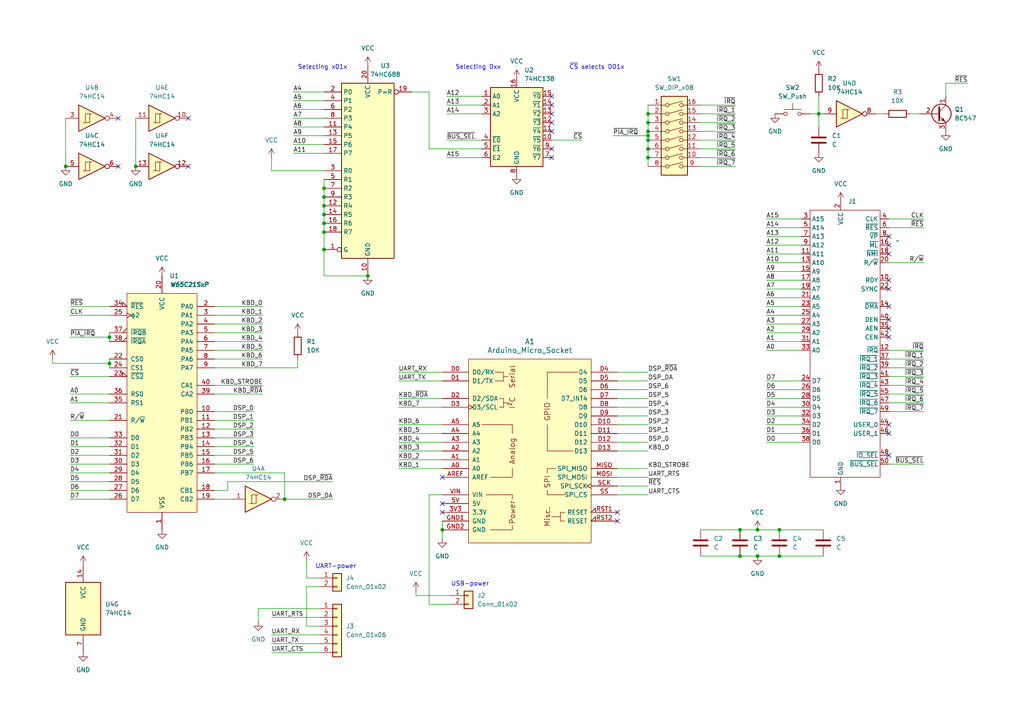
<source format=kicad_sch>
(kicad_sch (version 20230121) (generator eeschema)
  (paper "A4")
  (lib_symbols
    (symbol "65xx:W65C21SxP" (pin_names (offset 1.016))
      (property "Reference" "U" (at -10.16 33.02 0))
      (property "Value" "W65C21SxP" (at 0 0 90))
      (symbol "W65C21SxP_1_1"
        (pin power_in line (at 0 -36.83 90) (length 5.08) (name "VSS") (number "1"))
        (pin bidirectional line (at 15.24 -2.54 180) (length 5.08) (name "PB0") (number "10"))
        (pin bidirectional line (at 15.24 -5.08 180) (length 5.08) (name "PB1") (number "11"))
        (pin bidirectional line (at 15.24 -7.62 180) (length 5.08) (name "PB2") (number "12"))
        (pin bidirectional line (at 15.24 -10.16 180) (length 5.08) (name "PB3") (number "13"))
        (pin bidirectional line (at 15.24 -12.7 180) (length 5.08) (name "PB4") (number "14"))
        (pin bidirectional line (at 15.24 -15.24 180) (length 5.08) (name "PB5") (number "15"))
        (pin bidirectional line (at 15.24 -17.78 180) (length 5.08) (name "PB6") (number "16"))
        (pin bidirectional line (at 15.24 -20.32 180) (length 5.08) (name "PB7") (number "17"))
        (pin input line (at 15.24 -25.4 180) (length 5.08) (name "CB1") (number "18"))
        (pin bidirectional line (at 15.24 -27.94 180) (length 5.08) (name "CB2") (number "19"))
        (pin bidirectional line (at 15.24 27.94 180) (length 5.08) (name "PA0") (number "2"))
        (pin power_in line (at 0 36.83 270) (length 5.08) (name "VCC") (number "20"))
        (pin input line (at -15.24 -5.08 0) (length 5.08) (name "R/~{W}") (number "21"))
        (pin input line (at -15.24 12.7 0) (length 5.08) (name "CS0") (number "22"))
        (pin input input_low (at -15.24 7.62 0) (length 5.08) (name "~{CS2}") (number "23"))
        (pin input line (at -15.24 10.16 0) (length 5.08) (name "CS1") (number "24"))
        (pin input clock (at -15.24 25.4 0) (length 5.08) (name "ϕ2") (number "25"))
        (pin bidirectional line (at -15.24 -27.94 0) (length 5.08) (name "D7") (number "26"))
        (pin bidirectional line (at -15.24 -25.4 0) (length 5.08) (name "D6") (number "27"))
        (pin bidirectional line (at -15.24 -22.86 0) (length 5.08) (name "D5") (number "28"))
        (pin bidirectional line (at -15.24 -20.32 0) (length 5.08) (name "D4") (number "29"))
        (pin bidirectional line (at 15.24 25.4 180) (length 5.08) (name "PA1") (number "3"))
        (pin bidirectional line (at -15.24 -17.78 0) (length 5.08) (name "D3") (number "30"))
        (pin bidirectional line (at -15.24 -15.24 0) (length 5.08) (name "D2") (number "31"))
        (pin bidirectional line (at -15.24 -12.7 0) (length 5.08) (name "D1") (number "32"))
        (pin bidirectional line (at -15.24 -10.16 0) (length 5.08) (name "D0") (number "33"))
        (pin input input_low (at -15.24 27.94 0) (length 5.08) (name "~{RES}") (number "34"))
        (pin input line (at -15.24 0 0) (length 5.08) (name "RS1") (number "35"))
        (pin input line (at -15.24 2.54 0) (length 5.08) (name "RS0") (number "36"))
        (pin open_collector output_low (at -15.24 20.32 0) (length 5.08) (name "~{IRQB}") (number "37"))
        (pin open_collector output_low (at -15.24 17.78 0) (length 5.08) (name "~{IRQA}") (number "38"))
        (pin bidirectional line (at 15.24 2.54 180) (length 5.08) (name "CA2") (number "39"))
        (pin bidirectional line (at 15.24 22.86 180) (length 5.08) (name "PA2") (number "4"))
        (pin input line (at 15.24 5.08 180) (length 5.08) (name "CA1") (number "40"))
        (pin bidirectional line (at 15.24 20.32 180) (length 5.08) (name "PA3") (number "5"))
        (pin bidirectional line (at 15.24 17.78 180) (length 5.08) (name "PA4") (number "6"))
        (pin bidirectional line (at 15.24 15.24 180) (length 5.08) (name "PA5") (number "7"))
        (pin bidirectional line (at 15.24 12.7 180) (length 5.08) (name "PA6") (number "8"))
        (pin bidirectional line (at 15.24 10.16 180) (length 5.08) (name "PA7") (number "9"))
      )
    )
    (symbol "74xx:74HC138"
      (property "Reference" "U" (at -7.62 13.97 0))
      (property "Value" "74HC138" (at 2.54 -11.43 0))
      (symbol "74HC138_1_1"
        (pin input line (at -10.16 10.16 0) (length 2.54) (name "A0") (number "1"))
        (pin output line (at 10.16 -2.54 180) (length 2.54) (name "~{Y5}") (number "10"))
        (pin output line (at 10.16 0 180) (length 2.54) (name "~{Y4}") (number "11"))
        (pin output line (at 10.16 2.54 180) (length 2.54) (name "~{Y3}") (number "12"))
        (pin output line (at 10.16 5.08 180) (length 2.54) (name "~{Y2}") (number "13"))
        (pin output line (at 10.16 7.62 180) (length 2.54) (name "~{Y1}") (number "14"))
        (pin output line (at 10.16 10.16 180) (length 2.54) (name "~{Y0}") (number "15"))
        (pin power_in line (at 0 15.24 270) (length 2.54) (name "VCC") (number "16"))
        (pin input line (at -10.16 7.62 0) (length 2.54) (name "A1") (number "2"))
        (pin input line (at -10.16 5.08 0) (length 2.54) (name "A2") (number "3"))
        (pin input line (at -10.16 -2.54 0) (length 2.54) (name "~{E0}") (number "4"))
        (pin input line (at -10.16 -5.08 0) (length 2.54) (name "~{E1}") (number "5"))
        (pin input line (at -10.16 -7.62 0) (length 2.54) (name "E2") (number "6"))
        (pin output line (at 10.16 -7.62 180) (length 2.54) (name "~{Y7}") (number "7"))
        (pin power_in line (at 0 -12.7 90) (length 2.54) (name "GND") (number "8"))
        (pin output line (at 10.16 -5.08 180) (length 2.54) (name "~{Y6}") (number "9"))
      )
    )
    (symbol "74xx:74HC14" (pin_names (offset 1.016))
      (property "Reference" "U" (at 0 1.27 0))
      (property "Value" "74HC14" (at 0 -1.27 0))
      (symbol "74HC14_1_0"
        (pin input line (at -7.62 0 0) (length 3.81) (name "~") (number "1"))
        (pin output inverted (at 7.62 0 180) (length 3.81) (name "~") (number "2"))
      )
      (symbol "74HC14_2_0"
        (pin input line (at -7.62 0 0) (length 3.81) (name "~") (number "3"))
        (pin output inverted (at 7.62 0 180) (length 3.81) (name "~") (number "4"))
      )
      (symbol "74HC14_3_0"
        (pin input line (at -7.62 0 0) (length 3.81) (name "~") (number "5"))
        (pin output inverted (at 7.62 0 180) (length 3.81) (name "~") (number "6"))
      )
      (symbol "74HC14_4_0"
        (pin output inverted (at 7.62 0 180) (length 3.81) (name "~") (number "8"))
        (pin input line (at -7.62 0 0) (length 3.81) (name "~") (number "9"))
      )
      (symbol "74HC14_5_0"
        (pin output inverted (at 7.62 0 180) (length 3.81) (name "~") (number "10"))
        (pin input line (at -7.62 0 0) (length 3.81) (name "~") (number "11"))
      )
      (symbol "74HC14_6_0"
        (pin output inverted (at 7.62 0 180) (length 3.81) (name "~") (number "12"))
        (pin input line (at -7.62 0 0) (length 3.81) (name "~") (number "13"))
      )
      (symbol "74HC14_7_0"
        (pin power_in line (at 0 12.7 270) (length 5.08) (name "VCC") (number "14"))
        (pin power_in line (at 0 -12.7 90) (length 5.08) (name "GND") (number "7"))
      )
    )
    (symbol "74xx:74HC688"
      (property "Reference" "U" (at -7.62 26.67 0))
      (property "Value" "74HC688" (at -7.62 -26.67 0))
      (symbol "74HC688_1_0"
        (pin input inverted (at -12.7 -22.86 0) (length 5.08) (name "G") (number "1"))
        (pin power_in line (at 0 -30.48 90) (length 5.08) (name "GND") (number "10"))
        (pin input line (at -12.7 12.7 0) (length 5.08) (name "P4") (number "11"))
        (pin input line (at -12.7 -10.16 0) (length 5.08) (name "R4") (number "12"))
        (pin input line (at -12.7 10.16 0) (length 5.08) (name "P5") (number "13"))
        (pin input line (at -12.7 -12.7 0) (length 5.08) (name "R5") (number "14"))
        (pin input line (at -12.7 7.62 0) (length 5.08) (name "P6") (number "15"))
        (pin input line (at -12.7 -15.24 0) (length 5.08) (name "R6") (number "16"))
        (pin input line (at -12.7 5.08 0) (length 5.08) (name "P7") (number "17"))
        (pin input line (at -12.7 -17.78 0) (length 5.08) (name "R7") (number "18"))
        (pin output inverted (at 12.7 22.86 180) (length 5.08) (name "P=R") (number "19"))
        (pin input line (at -12.7 22.86 0) (length 5.08) (name "P0") (number "2"))
        (pin power_in line (at 0 30.48 270) (length 5.08) (name "VCC") (number "20"))
        (pin input line (at -12.7 0 0) (length 5.08) (name "R0") (number "3"))
        (pin input line (at -12.7 20.32 0) (length 5.08) (name "P1") (number "4"))
        (pin input line (at -12.7 -2.54 0) (length 5.08) (name "R1") (number "5"))
        (pin input line (at -12.7 17.78 0) (length 5.08) (name "P2") (number "6"))
        (pin input line (at -12.7 -5.08 0) (length 5.08) (name "R2") (number "7"))
        (pin input line (at -12.7 15.24 0) (length 5.08) (name "P3") (number "8"))
        (pin input line (at -12.7 -7.62 0) (length 5.08) (name "R3") (number "9"))
      )
    )
    (symbol "Connector_Generic:Conn_01x02" (pin_names (offset 1.016) hide)
      (property "Reference" "J" (at 0 2.54 0))
      (property "Value" "Conn_01x02" (at 0 -5.08 0))
      (symbol "Conn_01x02_1_1"
        (pin passive line (at -5.08 0 0) (length 3.81) (name "Pin_1") (number "1"))
        (pin passive line (at -5.08 -2.54 0) (length 3.81) (name "Pin_2") (number "2"))
      )
    )
    (symbol "Connector_Generic:Conn_01x06" (pin_names (offset 1.016) hide)
      (property "Reference" "J" (at 0 7.62 0))
      (property "Value" "Conn_01x06" (at 0 -10.16 0))
      (symbol "Conn_01x06_1_1"
        (pin passive line (at -5.08 5.08 0) (length 3.81) (name "Pin_1") (number "1"))
        (pin passive line (at -5.08 2.54 0) (length 3.81) (name "Pin_2") (number "2"))
        (pin passive line (at -5.08 0 0) (length 3.81) (name "Pin_3") (number "3"))
        (pin passive line (at -5.08 -2.54 0) (length 3.81) (name "Pin_4") (number "4"))
        (pin passive line (at -5.08 -5.08 0) (length 3.81) (name "Pin_5") (number "5"))
        (pin passive line (at -5.08 -7.62 0) (length 3.81) (name "Pin_6") (number "6"))
      )
    )
    (symbol "Device:C" (pin_numbers hide) (pin_names (offset 0.254))
      (property "Reference" "C" (at 0.635 2.54 0))
      (property "Value" "C" (at 0.635 -2.54 0))
      (symbol "C_1_1"
        (pin passive line (at 0 3.81 270) (length 2.794) (name "~") (number "1"))
        (pin passive line (at 0 -3.81 90) (length 2.794) (name "~") (number "2"))
      )
    )
    (symbol "Device:R" (pin_numbers hide) (pin_names (offset 0))
      (property "Reference" "R" (at 2.032 0 90))
      (property "Value" "R" (at 0 0 90))
      (symbol "R_1_1"
        (pin passive line (at 0 3.81 270) (length 1.27) (name "~") (number "1"))
        (pin passive line (at 0 -3.81 90) (length 1.27) (name "~") (number "2"))
      )
    )
    (symbol "PCM_arduino-library:Arduino_Micro_Socket" (pin_names (offset 1.016))
      (property "Reference" "A" (at 0 33.02 0))
      (property "Value" "Arduino_Micro_Socket" (at 0 29.21 0))
      (symbol "Arduino_Micro_Socket_0_0"
        (text "Analog" (at -5.08 0 900) (effects (font (size 1.524 1.524))))
        (text "I²C" (at -5.08 13.97 900) (effects (font (size 1.524 1.524))))
        (text "Misc." (at 5.08 -19.05 900) (effects (font (size 1.524 1.524))))
        (text "Power" (at -5.08 -17.78 900) (effects (font (size 1.524 1.524))))
        (text "Serial" (at -5.08 21.59 900) (effects (font (size 1.524 1.524))))
        (text "SPI" (at 5.08 -8.89 900) (effects (font (size 1.524 1.524))))
      )
      (symbol "Arduino_Micro_Socket_1_0"
        (text "GPIO" (at 5.08 11.43 900) (effects (font (size 1.524 1.524))))
      )
      (symbol "Arduino_Micro_Socket_1_1"
        (pin power_out line (at -25.4 -17.78 0) (length 7.62) (name "3.3V") (number "3V3"))
        (pin power_in line (at -25.4 -15.24 0) (length 7.62) (name "5V") (number "5V"))
        (pin bidirectional line (at -25.4 -5.08 0) (length 7.62) (name "A0") (number "A0"))
        (pin bidirectional line (at -25.4 -2.54 0) (length 7.62) (name "A1") (number "A1"))
        (pin bidirectional line (at -25.4 0 0) (length 7.62) (name "A2") (number "A2"))
        (pin bidirectional line (at -25.4 2.54 0) (length 7.62) (name "A3") (number "A3"))
        (pin bidirectional line (at -25.4 5.08 0) (length 7.62) (name "A4") (number "A4"))
        (pin bidirectional line (at -25.4 7.62 0) (length 7.62) (name "A5") (number "A5"))
        (pin input line (at -25.4 -7.62 0) (length 7.62) (name "AREF") (number "AREF"))
        (pin bidirectional line (at -25.4 22.86 0) (length 7.62) (name "D0/RX") (number "D0"))
        (pin bidirectional line (at -25.4 20.32 0) (length 7.62) (name "D1/TX") (number "D1"))
        (pin bidirectional line (at 25.4 7.62 180) (length 7.62) (name "D10") (number "D10"))
        (pin bidirectional line (at 25.4 5.08 180) (length 7.62) (name "D11") (number "D11"))
        (pin bidirectional line (at 25.4 2.54 180) (length 7.62) (name "D12") (number "D12"))
        (pin bidirectional line (at 25.4 0 180) (length 7.62) (name "D13") (number "D13"))
        (pin bidirectional line (at -25.4 15.24 0) (length 7.62) (name "D2/SDA") (number "D2"))
        (pin bidirectional clock (at -25.4 12.7 0) (length 7.62) (name "D3/SCL") (number "D3"))
        (pin bidirectional line (at 25.4 22.86 180) (length 7.62) (name "D4") (number "D4"))
        (pin bidirectional line (at 25.4 20.32 180) (length 7.62) (name "D5") (number "D5"))
        (pin bidirectional line (at 25.4 17.78 180) (length 7.62) (name "D6") (number "D6"))
        (pin bidirectional line (at 25.4 15.24 180) (length 7.62) (name "D7_INT4") (number "D7"))
        (pin bidirectional line (at 25.4 12.7 180) (length 7.62) (name "D8") (number "D8"))
        (pin bidirectional line (at 25.4 10.16 180) (length 7.62) (name "D9") (number "D9"))
        (pin power_in line (at -25.4 -20.32 0) (length 7.62) (name "GND") (number "GND1"))
        (pin power_in line (at -25.4 -22.86 0) (length 7.62) (name "GND") (number "GND2"))
        (pin input line (at 25.4 -5.08 180) (length 7.62) (name "SPI_MISO") (number "MISO"))
        (pin output line (at 25.4 -7.62 180) (length 7.62) (name "SPI_MOSI") (number "MOSI"))
        (pin open_collector input_low (at 25.4 -17.78 180) (length 7.62) (name "RESET") (number "RST1"))
        (pin open_collector input_low (at 25.4 -20.32 180) (length 7.62) (name "RESET") (number "RST2"))
        (pin output clock (at 25.4 -10.16 180) (length 7.62) (name "SPI_SCK") (number "SCK"))
        (pin bidirectional line (at 25.4 -12.7 180) (length 7.62) (name "SPI_CS") (number "SS"))
        (pin power_in line (at -25.4 -12.7 0) (length 7.62) (name "VIN") (number "VIN"))
      )
    )
    (symbol "Switch:SW_DIP_x08" (pin_names (offset 0) hide)
      (property "Reference" "SW" (at 0 13.97 0))
      (property "Value" "SW_DIP_x08" (at 0 -11.43 0))
      (symbol "SW_DIP_x08_1_1"
        (pin passive line (at -7.62 10.16 0) (length 5.08) (name "~") (number "1"))
        (pin passive line (at 7.62 -5.08 180) (length 5.08) (name "~") (number "10"))
        (pin passive line (at 7.62 -2.54 180) (length 5.08) (name "~") (number "11"))
        (pin passive line (at 7.62 0 180) (length 5.08) (name "~") (number "12"))
        (pin passive line (at 7.62 2.54 180) (length 5.08) (name "~") (number "13"))
        (pin passive line (at 7.62 5.08 180) (length 5.08) (name "~") (number "14"))
        (pin passive line (at 7.62 7.62 180) (length 5.08) (name "~") (number "15"))
        (pin passive line (at 7.62 10.16 180) (length 5.08) (name "~") (number "16"))
        (pin passive line (at -7.62 7.62 0) (length 5.08) (name "~") (number "2"))
        (pin passive line (at -7.62 5.08 0) (length 5.08) (name "~") (number "3"))
        (pin passive line (at -7.62 2.54 0) (length 5.08) (name "~") (number "4"))
        (pin passive line (at -7.62 0 0) (length 5.08) (name "~") (number "5"))
        (pin passive line (at -7.62 -2.54 0) (length 5.08) (name "~") (number "6"))
        (pin passive line (at -7.62 -5.08 0) (length 5.08) (name "~") (number "7"))
        (pin passive line (at -7.62 -7.62 0) (length 5.08) (name "~") (number "8"))
        (pin passive line (at 7.62 -7.62 180) (length 5.08) (name "~") (number "9"))
      )
    )
    (symbol "Switch:SW_Push" (pin_numbers hide) (pin_names (offset 1.016) hide)
      (property "Reference" "SW" (at 1.27 2.54 0))
      (property "Value" "SW_Push" (at 0 -1.524 0))
      (symbol "SW_Push_0_1"
        (pin passive line (at -5.08 0 0) (length 2.54) (name "1") (number "1"))
        (pin passive line (at 5.08 0 180) (length 2.54) (name "2") (number "2"))
      )
    )
    (symbol "Transistor_BJT:BC547" (pin_names (offset 0) hide)
      (property "Reference" "Q" (at 5.08 1.905 0))
      (property "Value" "BC547" (at 5.08 0 0))
      (symbol "BC547_1_1"
        (pin passive line (at 2.54 5.08 270) (length 2.54) (name "C") (number "1"))
        (pin input line (at -5.08 0 0) (length 5.08) (name "B") (number "2"))
        (pin passive line (at 2.54 -5.08 90) (length 2.54) (name "E") (number "3"))
      )
    )
    (symbol "fp65:fp65_backplane"
      (property "Reference" "J" (at 2.54 35.56 0))
      (symbol "fp65_backplane_1_0"
        (pin input line (at 0 -46.99 90) (length 2.54) (name "GND") (number "1"))
        (pin input line (at 13.97 12.7 180) (length 2.54) (name "RDY") (number "10"))
        (pin input line (at -11.43 20.32 0) (length 2.54) (name "A11") (number "11"))
        (pin input line (at 13.97 -7.62 180) (length 2.54) (name "~{IRQ}") (number "12"))
        (pin input line (at -11.43 17.78 0) (length 2.54) (name "A10") (number "13"))
        (pin open_collector line (at 13.97 5.08 180) (length 2.54) (name "~{DMA}") (number "14"))
        (pin input line (at -11.43 15.24 0) (length 2.54) (name "A9") (number "15"))
        (pin input line (at 13.97 22.86 180) (length 2.54) (name "~{ML}") (number "16"))
        (pin input line (at -11.43 12.7 0) (length 2.54) (name "A8") (number "17"))
        (pin input line (at 13.97 20.32 180) (length 2.54) (name "~{NMI}") (number "18"))
        (pin input line (at -11.43 10.16 0) (length 2.54) (name "A7") (number "19"))
        (pin input line (at 0 35.56 270) (length 2.54) (name "VCC") (number "2"))
        (pin input line (at 13.97 17.78 180) (length 2.54) (name "R/~{W}") (number "20"))
        (pin input line (at -11.43 7.62 0) (length 2.54) (name "A6") (number "21"))
        (pin input line (at 13.97 10.16 180) (length 2.54) (name "SYNC") (number "22"))
        (pin input line (at -11.43 5.08 0) (length 2.54) (name "A5") (number "23"))
        (pin input line (at -11.43 -16.51 0) (length 2.54) (name "D7") (number "24"))
        (pin input line (at -11.43 2.54 0) (length 2.54) (name "A4") (number "25"))
        (pin input line (at -11.43 -19.05 0) (length 2.54) (name "D6") (number "26"))
        (pin input line (at -11.43 0 0) (length 2.54) (name "A3") (number "27"))
        (pin input line (at -11.43 -21.59 0) (length 2.54) (name "D5") (number "28"))
        (pin input line (at -11.43 -2.54 0) (length 2.54) (name "A2") (number "29"))
        (pin input line (at -11.43 -24.13 0) (length 2.54) (name "D4") (number "30"))
        (pin input line (at -11.43 -5.08 0) (length 2.54) (name "A1") (number "31"))
        (pin input line (at -11.43 -26.67 0) (length 2.54) (name "D3") (number "32"))
        (pin input line (at -11.43 -7.62 0) (length 2.54) (name "A0") (number "33"))
        (pin input line (at -11.43 -29.21 0) (length 2.54) (name "D2") (number "34"))
        (pin open_collector line (at 13.97 -1.27 180) (length 2.54) (name "AEN") (number "35"))
        (pin input line (at -11.43 -31.75 0) (length 2.54) (name "D1") (number "36"))
        (pin input line (at 13.97 -10.16 180) (length 2.54) (name "~{IRQ_1}") (number "37"))
        (pin input line (at -11.43 -34.29 0) (length 2.54) (name "D0") (number "38"))
        (pin input line (at 13.97 -12.7 180) (length 2.54) (name "~{IRQ_2}") (number "39"))
        (pin input line (at 13.97 30.48 180) (length 2.54) (name "CLK") (number "4"))
        (pin open_collector line (at 13.97 1.27 180) (length 2.54) (name "DEN") (number "40"))
        (pin input line (at 13.97 -15.24 180) (length 2.54) (name "~{IRQ_3}") (number "41"))
        (pin open_collector line (at 13.97 -3.81 180) (length 2.54) (name "CEN") (number "42"))
        (pin input line (at 13.97 -17.78 180) (length 2.54) (name "~{IRQ_4}") (number "43"))
        (pin input line (at 13.97 -29.21 180) (length 2.54) (name "USER_0") (number "44"))
        (pin input line (at 13.97 -20.32 180) (length 2.54) (name "~{IRQ_5}") (number "45"))
        (pin input line (at 13.97 -31.75 180) (length 2.54) (name "USER_1") (number "46"))
        (pin input line (at 13.97 -22.86 180) (length 2.54) (name "~{IRQ_6}") (number "47"))
        (pin input line (at 13.97 -38.1 180) (length 2.54) (name "~{IO_SEL}") (number "48"))
        (pin input line (at 13.97 -25.4 180) (length 2.54) (name "~{IRQ_7}") (number "49"))
        (pin input line (at -11.43 27.94 0) (length 2.54) (name "A14") (number "5"))
        (pin input line (at 13.97 -40.64 180) (length 2.54) (name "~{BUS_SEL}") (number "50"))
        (pin input line (at 13.97 27.94 180) (length 2.54) (name "~{RES}") (number "6"))
        (pin input line (at -11.43 25.4 0) (length 2.54) (name "A13") (number "7"))
        (pin input line (at 13.97 25.4 180) (length 2.54) (name "~{VP}") (number "8"))
        (pin input line (at -11.43 22.86 0) (length 2.54) (name "A12") (number "9"))
      )
      (symbol "fp65_backplane_1_1"
        (pin input line (at -11.43 30.48 0) (length 2.54) (name "A15") (number "3"))
      )
    )
    (symbol "power:GND" (power) (pin_names (offset 0))
      (property "Value" "GND" (at 0 -3.81 0))
      (symbol "GND_1_1"
        (pin power_in line (at 0 0 270) (length 0) hide (name "GND") (number "1"))
      )
    )
    (symbol "power:VCC" (power) (pin_names (offset 0))
      (property "Value" "VCC" (at 0 3.81 0))
      (symbol "VCC_1_1"
        (pin power_in line (at 0 0 90) (length 0) hide (name "VCC") (number "1"))
      )
    )
  )
  (junction (at 187.96 39.37))
  (junction (at 93.98 59.69))
  (junction (at 128.27 153.67))
  (junction (at 214.63 153.67))
  (junction (at 214.63 161.29))
  (junction (at 187.96 40.64))
  (junction (at 219.71 161.29))
  (junction (at 187.96 45.72))
  (junction (at 187.96 43.18))
  (junction (at 187.96 33.02))
  (junction (at 226.06 153.67))
  (junction (at 187.96 38.1))
  (junction (at 237.49 33.02))
  (junction (at 106.68 80.01))
  (junction (at 31.75 97.79))
  (junction (at 19.05 48.26))
  (junction (at 219.71 153.67))
  (junction (at 31.75 105.41))
  (junction (at 93.98 67.31))
  (junction (at 39.37 48.26))
  (junction (at 93.98 62.23))
  (junction (at 93.98 72.39))
  (junction (at 93.98 54.61))
  (junction (at 93.98 64.77))
  (junction (at 93.98 57.15))
  (junction (at 82.55 144.78))
  (junction (at 226.06 161.29))
  (junction (at 187.96 35.56))
  (no_connect (at 257.81 81.28))
  (no_connect (at 257.81 97.79))
  (no_connect (at 160.02 33.02))
  (no_connect (at 34.29 34.29))
  (no_connect (at 160.02 27.94))
  (no_connect (at 160.02 45.72))
  (no_connect (at 257.81 73.66))
  (no_connect (at 257.81 123.19))
  (no_connect (at 54.61 34.29))
  (no_connect (at 257.81 132.08))
  (no_connect (at 160.02 30.48))
  (no_connect (at 160.02 35.56))
  (no_connect (at 128.27 138.43))
  (no_connect (at 179.07 148.59))
  (no_connect (at 257.81 83.82))
  (no_connect (at 128.27 148.59))
  (no_connect (at 160.02 38.1))
  (no_connect (at 257.81 88.9))
  (no_connect (at 257.81 92.71))
  (no_connect (at 179.07 151.13))
  (no_connect (at 257.81 68.58))
  (no_connect (at 128.27 146.05))
  (no_connect (at 34.29 48.26))
  (no_connect (at 257.81 71.12))
  (no_connect (at 257.81 95.25))
  (no_connect (at 54.61 48.26))
  (no_connect (at 257.81 125.73))
  (no_connect (at 160.02 43.18))
  (wire (pts (xy 76.2 93.98) (xy 62.23 93.98)))
  (wire (pts (xy 20.32 88.9) (xy 31.75 88.9)))
  (wire (pts (xy 85.09 36.83) (xy 93.98 36.83)))
  (wire (pts (xy 222.25 113.03) (xy 232.41 113.03)))
  (wire (pts (xy 214.63 161.29) (xy 219.71 161.29)))
  (wire (pts (xy 187.96 118.11) (xy 179.07 118.11)))
  (wire (pts (xy 115.57 110.49) (xy 128.27 110.49)))
  (wire (pts (xy 62.23 106.68) (xy 86.36 106.68)))
  (wire (pts (xy 20.32 144.78) (xy 31.75 144.78)))
  (wire (pts (xy 187.96 33.02) (xy 187.96 35.56)))
  (wire (pts (xy 222.25 99.06) (xy 232.41 99.06)))
  (wire (pts (xy 274.32 24.13) (xy 280.67 24.13)))
  (wire (pts (xy 93.98 49.53) (xy 78.74 49.53)))
  (wire (pts (xy 76.2 88.9) (xy 62.23 88.9)))
  (wire (pts (xy 74.93 176.53) (xy 74.93 180.34)))
  (wire (pts (xy 115.57 107.95) (xy 128.27 107.95)))
  (wire (pts (xy 187.96 39.37) (xy 187.96 40.64)))
  (wire (pts (xy 237.49 36.83) (xy 237.49 33.02)))
  (wire (pts (xy 73.66 132.08) (xy 62.23 132.08)))
  (wire (pts (xy 82.55 144.78) (xy 82.55 137.16)))
  (wire (pts (xy 128.27 143.51) (xy 124.46 143.51)))
  (wire (pts (xy 129.54 30.48) (xy 139.7 30.48)))
  (wire (pts (xy 124.46 175.26) (xy 130.81 175.26)))
  (wire (pts (xy 19.05 34.29) (xy 19.05 48.26)))
  (wire (pts (xy 187.96 43.18) (xy 187.96 45.72)))
  (wire (pts (xy 20.32 134.62) (xy 31.75 134.62)))
  (wire (pts (xy 92.71 167.64) (xy 88.9 167.64)))
  (wire (pts (xy 20.32 121.92) (xy 31.75 121.92)))
  (wire (pts (xy 160.02 40.64) (xy 168.91 40.64)))
  (wire (pts (xy 203.2 161.29) (xy 214.63 161.29)))
  (wire (pts (xy 222.25 71.12) (xy 232.41 71.12)))
  (wire (pts (xy 124.46 143.51) (xy 124.46 175.26)))
  (wire (pts (xy 93.98 72.39) (xy 93.98 80.01)))
  (wire (pts (xy 213.36 43.18) (xy 203.2 43.18)))
  (wire (pts (xy 20.32 129.54) (xy 31.75 129.54)))
  (wire (pts (xy 124.46 26.67) (xy 124.46 43.18)))
  (wire (pts (xy 31.75 104.14) (xy 31.75 105.41)))
  (wire (pts (xy 73.66 127) (xy 62.23 127)))
  (wire (pts (xy 222.25 88.9) (xy 232.41 88.9)))
  (wire (pts (xy 115.57 133.35) (xy 128.27 133.35)))
  (wire (pts (xy 73.66 119.38) (xy 62.23 119.38)))
  (wire (pts (xy 237.49 27.94) (xy 237.49 33.02)))
  (wire (pts (xy 20.32 139.7) (xy 31.75 139.7)))
  (wire (pts (xy 222.25 128.27) (xy 232.41 128.27)))
  (wire (pts (xy 78.74 179.07) (xy 92.71 179.07)))
  (wire (pts (xy 213.36 45.72) (xy 203.2 45.72)))
  (wire (pts (xy 73.66 129.54) (xy 62.23 129.54)))
  (wire (pts (xy 85.09 34.29) (xy 93.98 34.29)))
  (wire (pts (xy 76.2 99.06) (xy 62.23 99.06)))
  (wire (pts (xy 267.97 119.38) (xy 257.81 119.38)))
  (wire (pts (xy 267.97 76.2) (xy 257.81 76.2)))
  (wire (pts (xy 78.74 49.53) (xy 78.74 45.72)))
  (wire (pts (xy 31.75 96.52) (xy 31.75 97.79)))
  (wire (pts (xy 31.75 105.41) (xy 31.75 106.68)))
  (wire (pts (xy 254 33.02) (xy 256.54 33.02)))
  (wire (pts (xy 93.98 64.77) (xy 93.98 67.31)))
  (wire (pts (xy 222.25 120.65) (xy 232.41 120.65)))
  (wire (pts (xy 222.25 76.2) (xy 232.41 76.2)))
  (wire (pts (xy 73.66 134.62) (xy 62.23 134.62)))
  (wire (pts (xy 274.32 27.94) (xy 274.32 24.13)))
  (wire (pts (xy 115.57 125.73) (xy 128.27 125.73)))
  (wire (pts (xy 267.97 114.3) (xy 257.81 114.3)))
  (wire (pts (xy 120.65 172.72) (xy 130.81 172.72)))
  (wire (pts (xy 187.96 110.49) (xy 179.07 110.49)))
  (wire (pts (xy 264.16 33.02) (xy 266.7 33.02)))
  (wire (pts (xy 115.57 123.19) (xy 128.27 123.19)))
  (wire (pts (xy 222.25 73.66) (xy 232.41 73.66)))
  (wire (pts (xy 78.74 184.15) (xy 92.71 184.15)))
  (wire (pts (xy 67.31 144.78) (xy 62.23 144.78)))
  (wire (pts (xy 267.97 104.14) (xy 257.81 104.14)))
  (wire (pts (xy 120.65 171.45) (xy 120.65 172.72)))
  (wire (pts (xy 124.46 43.18) (xy 139.7 43.18)))
  (wire (pts (xy 222.25 110.49) (xy 232.41 110.49)))
  (wire (pts (xy 187.96 120.65) (xy 179.07 120.65)))
  (wire (pts (xy 20.32 114.3) (xy 31.75 114.3)))
  (wire (pts (xy 237.49 33.02) (xy 238.76 33.02)))
  (wire (pts (xy 222.25 125.73) (xy 232.41 125.73)))
  (wire (pts (xy 86.36 104.14) (xy 86.36 106.68)))
  (wire (pts (xy 222.25 123.19) (xy 232.41 123.19)))
  (wire (pts (xy 20.32 91.44) (xy 31.75 91.44)))
  (wire (pts (xy 76.2 91.44) (xy 62.23 91.44)))
  (wire (pts (xy 93.98 52.07) (xy 93.98 54.61)))
  (wire (pts (xy 92.71 176.53) (xy 74.93 176.53)))
  (wire (pts (xy 85.09 31.75) (xy 93.98 31.75)))
  (wire (pts (xy 115.57 128.27) (xy 128.27 128.27)))
  (wire (pts (xy 214.63 153.67) (xy 219.71 153.67)))
  (wire (pts (xy 187.96 45.72) (xy 187.96 48.26)))
  (wire (pts (xy 88.9 181.61) (xy 88.9 170.18)))
  (wire (pts (xy 62.23 114.3) (xy 76.2 114.3)))
  (wire (pts (xy 93.98 80.01) (xy 106.68 80.01)))
  (wire (pts (xy 88.9 170.18) (xy 92.71 170.18)))
  (wire (pts (xy 92.71 181.61) (xy 88.9 181.61)))
  (wire (pts (xy 222.25 66.04) (xy 232.41 66.04)))
  (wire (pts (xy 128.27 153.67) (xy 128.27 156.21)))
  (wire (pts (xy 76.2 96.52) (xy 62.23 96.52)))
  (wire (pts (xy 187.96 128.27) (xy 179.07 128.27)))
  (wire (pts (xy 187.96 123.19) (xy 179.07 123.19)))
  (wire (pts (xy 73.66 124.46) (xy 62.23 124.46)))
  (wire (pts (xy 222.25 93.98) (xy 232.41 93.98)))
  (wire (pts (xy 66.04 142.24) (xy 66.04 139.7)))
  (wire (pts (xy 129.54 27.94) (xy 139.7 27.94)))
  (wire (pts (xy 15.24 105.41) (xy 31.75 105.41)))
  (wire (pts (xy 76.2 104.14) (xy 62.23 104.14)))
  (wire (pts (xy 187.96 40.64) (xy 187.96 43.18)))
  (wire (pts (xy 187.96 107.95) (xy 179.07 107.95)))
  (wire (pts (xy 85.09 26.67) (xy 93.98 26.67)))
  (wire (pts (xy 226.06 161.29) (xy 238.76 161.29)))
  (wire (pts (xy 187.96 115.57) (xy 179.07 115.57)))
  (wire (pts (xy 226.06 153.67) (xy 238.76 153.67)))
  (wire (pts (xy 76.2 101.6) (xy 62.23 101.6)))
  (wire (pts (xy 85.09 29.21) (xy 93.98 29.21)))
  (wire (pts (xy 15.24 104.14) (xy 15.24 105.41)))
  (wire (pts (xy 203.2 153.67) (xy 214.63 153.67)))
  (wire (pts (xy 222.25 86.36) (xy 232.41 86.36)))
  (wire (pts (xy 222.25 81.28) (xy 232.41 81.28)))
  (wire (pts (xy 20.32 127) (xy 31.75 127)))
  (wire (pts (xy 82.55 144.78) (xy 96.52 144.78)))
  (wire (pts (xy 187.96 135.89) (xy 179.07 135.89)))
  (wire (pts (xy 115.57 115.57) (xy 128.27 115.57)))
  (wire (pts (xy 129.54 33.02) (xy 139.7 33.02)))
  (wire (pts (xy 73.66 121.92) (xy 62.23 121.92)))
  (wire (pts (xy 222.25 118.11) (xy 232.41 118.11)))
  (wire (pts (xy 187.96 130.81) (xy 179.07 130.81)))
  (wire (pts (xy 222.25 63.5) (xy 232.41 63.5)))
  (wire (pts (xy 20.32 97.79) (xy 31.75 97.79)))
  (wire (pts (xy 66.04 139.7) (xy 96.52 139.7)))
  (wire (pts (xy 222.25 115.57) (xy 232.41 115.57)))
  (wire (pts (xy 128.27 151.13) (xy 128.27 153.67)))
  (wire (pts (xy 20.32 137.16) (xy 31.75 137.16)))
  (wire (pts (xy 187.96 30.48) (xy 187.96 33.02)))
  (wire (pts (xy 267.97 63.5) (xy 257.81 63.5)))
  (wire (pts (xy 203.2 30.48) (xy 213.36 30.48)))
  (wire (pts (xy 187.96 38.1) (xy 187.96 39.37)))
  (wire (pts (xy 20.32 116.84) (xy 31.75 116.84)))
  (wire (pts (xy 187.96 143.51) (xy 179.07 143.51)))
  (wire (pts (xy 115.57 130.81) (xy 128.27 130.81)))
  (wire (pts (xy 85.09 44.45) (xy 93.98 44.45)))
  (wire (pts (xy 222.25 83.82) (xy 232.41 83.82)))
  (wire (pts (xy 31.75 97.79) (xy 31.75 99.06)))
  (wire (pts (xy 177.8 39.37) (xy 187.96 39.37)))
  (wire (pts (xy 119.38 26.67) (xy 124.46 26.67)))
  (wire (pts (xy 187.96 140.97) (xy 179.07 140.97)))
  (wire (pts (xy 20.32 142.24) (xy 31.75 142.24)))
  (wire (pts (xy 213.36 38.1) (xy 203.2 38.1)))
  (wire (pts (xy 129.54 45.72) (xy 139.7 45.72)))
  (wire (pts (xy 187.96 138.43) (xy 179.07 138.43)))
  (wire (pts (xy 93.98 54.61) (xy 93.98 57.15)))
  (wire (pts (xy 115.57 118.11) (xy 128.27 118.11)))
  (wire (pts (xy 20.32 132.08) (xy 31.75 132.08)))
  (wire (pts (xy 93.98 67.31) (xy 93.98 72.39)))
  (wire (pts (xy 62.23 142.24) (xy 66.04 142.24)))
  (wire (pts (xy 267.97 106.68) (xy 257.81 106.68)))
  (wire (pts (xy 62.23 111.76) (xy 76.2 111.76)))
  (wire (pts (xy 129.54 40.64) (xy 139.7 40.64)))
  (wire (pts (xy 267.97 66.04) (xy 257.81 66.04)))
  (wire (pts (xy 257.81 134.62) (xy 267.97 134.62)))
  (wire (pts (xy 78.74 186.69) (xy 92.71 186.69)))
  (wire (pts (xy 222.25 101.6) (xy 232.41 101.6)))
  (wire (pts (xy 82.55 137.16) (xy 62.23 137.16)))
  (wire (pts (xy 213.36 40.64) (xy 203.2 40.64)))
  (wire (pts (xy 267.97 116.84) (xy 257.81 116.84)))
  (wire (pts (xy 20.32 109.22) (xy 31.75 109.22)))
  (wire (pts (xy 222.25 78.74) (xy 232.41 78.74)))
  (wire (pts (xy 187.96 125.73) (xy 179.07 125.73)))
  (wire (pts (xy 222.25 68.58) (xy 232.41 68.58)))
  (wire (pts (xy 93.98 62.23) (xy 93.98 64.77)))
  (wire (pts (xy 219.71 153.67) (xy 226.06 153.67)))
  (wire (pts (xy 85.09 41.91) (xy 93.98 41.91)))
  (wire (pts (xy 213.36 33.02) (xy 203.2 33.02)))
  (wire (pts (xy 213.36 48.26) (xy 203.2 48.26)))
  (wire (pts (xy 39.37 34.29) (xy 39.37 48.26)))
  (wire (pts (xy 234.95 33.02) (xy 237.49 33.02)))
  (wire (pts (xy 222.25 91.44) (xy 232.41 91.44)))
  (wire (pts (xy 267.97 109.22) (xy 257.81 109.22)))
  (wire (pts (xy 213.36 35.56) (xy 203.2 35.56)))
  (wire (pts (xy 93.98 57.15) (xy 93.98 59.69)))
  (wire (pts (xy 85.09 39.37) (xy 93.98 39.37)))
  (wire (pts (xy 78.74 189.23) (xy 92.71 189.23)))
  (wire (pts (xy 187.96 35.56) (xy 187.96 38.1)))
  (wire (pts (xy 187.96 113.03) (xy 179.07 113.03)))
  (wire (pts (xy 219.71 161.29) (xy 226.06 161.29)))
  (wire (pts (xy 267.97 111.76) (xy 257.81 111.76)))
  (wire (pts (xy 222.25 96.52) (xy 232.41 96.52)))
  (wire (pts (xy 88.9 162.56) (xy 88.9 167.64)))
  (wire (pts (xy 115.57 135.89) (xy 128.27 135.89)))
  (wire (pts (xy 257.81 101.6) (xy 267.97 101.6)))
  (wire (pts (xy 93.98 59.69) (xy 93.98 62.23)))
  (text "UART-power" (at 91.44 165.1 0) (effects (font (size 1.27 1.27)) (justify left bottom)))
  (text "~{CS} selects D01x" (at 165.1 20.32 0) (effects (font (size 1.27 1.27)) (justify left bottom)))
  (text "Selecting Dxx" (at 132.08 20.32 0) (effects (font (size 1.27 1.27)) (justify left bottom)))
  (text "Selecting x01x" (at 86.36 20.32 0) (effects (font (size 1.27 1.27)) (justify left bottom)))
  (text "USB-power" (at 130.81 170.18 0) (effects (font (size 1.27 1.27)) (justify left bottom)))
  (label "KBD_3" (at 76.2 96.52 180))
  (label "D6" (at 222.25 113.03 0))
  (label "KBD_7" (at 115.57 118.11 0))
  (label "DSP_6" (at 187.96 113.03 0))
  (label "KBD_1" (at 76.2 91.44 180))
  (label "DSP_3" (at 73.66 127 180))
  (label "~{IRQ_7}" (at 213.36 48.26 180))
  (label "A6" (at 85.09 31.75 0))
  (label "~{RES}" (at 280.67 24.13 180))
  (label "A1" (at 20.32 116.84 0))
  (label "A1" (at 222.25 99.06 0))
  (label "~{IRQ_6}" (at 213.36 45.72 180))
  (label "D0" (at 222.25 128.27 0))
  (label "A4" (at 222.25 91.44 0))
  (label "A14" (at 222.25 66.04 0))
  (label "~{IRQ_1}" (at 213.36 33.02 180))
  (label "KBD_0" (at 76.2 88.9 180))
  (label "A6" (at 222.25 86.36 0))
  (label "~{CS}" (at 168.91 40.64 180))
  (label "~{IRQ}" (at 213.36 30.48 180))
  (label "UART_RX" (at 78.74 184.15 0))
  (label "A3" (at 222.25 93.98 0))
  (label "A14" (at 129.54 33.02 0))
  (label "DSP_~{RDA}" (at 187.96 107.95 0))
  (label "CLK" (at 267.97 63.5 180))
  (label "D4" (at 20.32 137.16 0))
  (label "~{BUS_SEL}" (at 129.54 40.64 0))
  (label "~{IRQ_3}" (at 213.36 38.1 180))
  (label "KBD_6" (at 76.2 104.14 180))
  (label "D6" (at 20.32 142.24 0))
  (label "UART_CTS" (at 187.96 143.51 0))
  (label "UART_RX" (at 115.57 107.95 0))
  (label "DSP_1" (at 187.96 125.73 0))
  (label "A9" (at 222.25 78.74 0))
  (label "~{IRQ_5}" (at 267.97 114.3 180))
  (label "D3" (at 20.32 134.62 0))
  (label "~{IRQ_4}" (at 267.97 111.76 180))
  (label "~{IRQ_7}" (at 267.97 119.38 180))
  (label "~{IRQ}" (at 267.97 101.6 180))
  (label "UART_RTS" (at 187.96 138.43 0))
  (label "~{PIA_IRQ}" (at 177.8 39.37 0))
  (label "D1" (at 222.25 125.73 0))
  (label "DSP_0" (at 187.96 128.27 0))
  (label "~{RES}" (at 267.97 66.04 180))
  (label "D5" (at 20.32 139.7 0))
  (label "~{IRQ_4}" (at 213.36 40.64 180))
  (label "A7" (at 222.25 83.82 0))
  (label "R{slash}~{W}" (at 267.97 76.2 180))
  (label "A11" (at 222.25 73.66 0))
  (label "~{RES}" (at 20.32 88.9 0))
  (label "A15" (at 129.54 45.72 0))
  (label "KBD_3" (at 115.57 130.81 0))
  (label "A0" (at 222.25 101.6 0))
  (label "A12" (at 222.25 71.12 0))
  (label "DSP_5" (at 73.66 132.08 180))
  (label "DSP_2" (at 73.66 124.46 180))
  (label "A11" (at 85.09 44.45 0))
  (label "A5" (at 222.25 88.9 0))
  (label "KBD_STROBE" (at 76.2 111.76 180))
  (label "A8" (at 85.09 36.83 0))
  (label "A12" (at 129.54 27.94 0))
  (label "A8" (at 222.25 81.28 0))
  (label "~{IRQ_2}" (at 267.97 106.68 180))
  (label "KBD_5" (at 115.57 125.73 0))
  (label "KBD_5" (at 76.2 101.6 180))
  (label "KBD_STROBE" (at 187.96 135.89 0))
  (label "D0" (at 20.32 127 0))
  (label "CLK" (at 20.32 91.44 0))
  (label "A10" (at 222.25 76.2 0))
  (label "KBD_~{RDA}" (at 76.2 114.3 180))
  (label "~{BUS_SEL}" (at 267.97 134.62 180))
  (label "DSP_5" (at 187.96 115.57 0))
  (label "D2" (at 20.32 132.08 0))
  (label "DSP_0" (at 73.66 119.38 180))
  (label "D1" (at 20.32 129.54 0))
  (label "~{IRQ_3}" (at 267.97 109.22 180))
  (label "A4" (at 85.09 26.67 0))
  (label "D3" (at 222.25 120.65 0))
  (label "KBD_2" (at 76.2 93.98 180))
  (label "~{PIA_IRQ}" (at 20.32 97.79 0))
  (label "A2" (at 222.25 96.52 0))
  (label "DSP_2" (at 187.96 123.19 0))
  (label "KBD_0" (at 187.96 130.81 0))
  (label "KBD_4" (at 76.2 99.06 180))
  (label "D5" (at 222.25 115.57 0))
  (label "A10" (at 85.09 41.91 0))
  (label "KBD_7" (at 76.2 106.68 180))
  (label "D4" (at 222.25 118.11 0))
  (label "DSP_4" (at 73.66 129.54 180))
  (label "DSP_3" (at 187.96 120.65 0))
  (label "DSP_~{RDA}" (at 96.52 139.7 180))
  (label "DSP_DA" (at 96.52 144.78 180))
  (label "KBD_4" (at 115.57 128.27 0))
  (label "DSP_1" (at 73.66 121.92 180))
  (label "R{slash}~{W}" (at 20.32 121.92 0))
  (label "A5" (at 85.09 29.21 0))
  (label "KBD_1" (at 115.57 135.89 0))
  (label "KBD_6" (at 115.57 123.19 0))
  (label "KBD_~{RDA}" (at 115.57 115.57 0))
  (label "DSP_6" (at 73.66 134.62 180))
  (label "A15" (at 222.25 63.5 0))
  (label "UART_RTS" (at 78.74 179.07 0))
  (label "DSP_DA" (at 187.96 110.49 0))
  (label "A13" (at 129.54 30.48 0))
  (label "A0" (at 20.32 114.3 0))
  (label "~{IRQ_5}" (at 213.36 43.18 180))
  (label "KBD_2" (at 115.57 133.35 0))
  (label "~{IRQ_1}" (at 267.97 104.14 180))
  (label "UART_TX" (at 115.57 110.49 0))
  (label "A13" (at 222.25 68.58 0))
  (label "~{CS}" (at 20.32 109.22 0))
  (label "UART_TX" (at 78.74 186.69 0))
  (label "UART_CTS" (at 78.74 189.23 0))
  (label "D7" (at 20.32 144.78 0))
  (label "~{RES}" (at 187.96 140.97 0))
  (label "A7" (at 85.09 34.29 0))
  (label "A9" (at 85.09 39.37 0))
  (label "D2" (at 222.25 123.19 0))
  (label "DSP_4" (at 187.96 118.11 0))
  (label "~{IRQ_2}" (at 213.36 35.56 180))
  (label "D7" (at 222.25 110.49 0))
  (label "~{IRQ_6}" (at 267.97 116.84 180))
  (symbol (lib_id "power:GND") (at 219.71 161.29 0) (unit 1)
    (property "Reference" "#PWR024" (effects hide))
    (property "Value" "GND" (at 219.71 166.37 0))
  )
  (symbol (lib_id "power:VCC") (at 219.71 153.67 0) (unit 1)
    (property "Reference" "#PWR025" (effects hide))
    (property "Value" "VCC" (at 219.71 148.59 0))
  )
  (symbol (lib_id "Device:C") (at 203.2 157.48 0) (unit 1)
    (property "Reference" "C2" (at 207.01 156.21 0) (effects (justify left)))
    (property "Value" "C" (at 207.01 158.75 0) (effects (justify left)))
    (property "Footprint" "Capacitor_THT:C_Disc_D4.7mm_W2.5mm_P5.00mm" (effects hide))
  )
  (symbol (lib_id "74xx:74HC14") (at 26.67 34.29 0) (unit 2)
    (property "Reference" "U4" (at 26.67 25.4 0))
    (property "Value" "74HC14" (at 26.67 27.94 0))
    (property "Footprint" "Package_DIP:DIP-14_W7.62mm" (effects hide))
    (property "Datasheet" "http://www.ti.com/lit/gpn/sn74HC14" (effects hide))
  )
  (symbol (lib_id "power:GND") (at 149.86 50.8 0) (unit 1)
    (property "Reference" "#PWR04" (effects hide))
    (property "Value" "GND" (at 149.86 55.88 0))
  )
  (symbol (lib_id "power:GND") (at 106.68 80.01 0) (unit 1)
    (property "Reference" "#PWR05" (effects hide))
    (property "Value" "GND" (at 106.68 85.09 0))
  )
  (symbol (lib_id "74xx:74HC688") (at 106.68 49.53 0) (unit 1)
    (property "Reference" "U3" (at 111.76 19.05 0))
    (property "Value" "74HC688" (at 111.76 21.59 0))
    (property "Footprint" "Package_DIP:DIP-20_W7.62mm" (effects hide))
    (property "Datasheet" "https://www.ti.com/lit/ds/symlink/cd54hc688.pdf" (effects hide))
  )
  (symbol (lib_id "Switch:SW_Push") (at 229.87 33.02 0) (unit 1)
    (property "Reference" "SW2" (at 229.87 25.4 0))
    (property "Value" "SW_Push" (at 229.87 27.94 0))
    (property "Footprint" "Button_Switch_THT:SW_PUSH_6mm" (effects hide))
  )
  (symbol (lib_id "power:VCC") (at 243.84 58.42 0) (unit 1)
    (property "Reference" "#PWR011" (effects hide))
    (property "Value" "VCC" (at 243.84 53.34 0))
  )
  (symbol (lib_id "power:VCC") (at 24.13 163.83 0) (unit 1)
    (property "Reference" "#PWR016" (effects hide))
    (property "Value" "VCC" (at 24.13 158.75 0))
  )
  (symbol (lib_id "power:VCC") (at 120.65 171.45 0) (unit 1)
    (property "Reference" "#PWR09" (effects hide))
    (property "Value" "VCC" (at 120.65 166.37 0))
  )
  (symbol (lib_id "power:VCC") (at 149.86 22.86 0) (unit 1)
    (property "Reference" "#PWR03" (effects hide))
    (property "Value" "VCC" (at 149.86 17.78 0))
  )
  (symbol (lib_id "fp65:fp65_backplane") (at 243.84 93.98 0) (unit 1)
    (property "Reference" "J1" (at 246.0341 58.42 0) (effects (justify left)))
    (property "Value" "~" (at 260.35 69.85 0))
    (property "Footprint" "Connector_PinHeader_2.54mm:PinHeader_2x25_P2.54mm_Horizontal" (effects hide))
  )
  (symbol (lib_id "Device:C") (at 238.76 157.48 0) (unit 1)
    (property "Reference" "C5" (at 242.57 156.21 0) (effects (justify left)))
    (property "Value" "C" (at 242.57 158.75 0) (effects (justify left)))
    (property "Footprint" "Capacitor_THT:C_Disc_D4.7mm_W2.5mm_P5.00mm" (effects hide))
  )
  (symbol (lib_id "Connector_Generic:Conn_01x02") (at 135.89 172.72 0) (unit 1)
    (property "Reference" "J2" (at 138.43 172.72 0) (effects (justify left)))
    (property "Value" "Conn_01x02" (at 138.43 175.26 0) (effects (justify left)))
    (property "Footprint" "Connector_PinHeader_2.54mm:PinHeader_1x02_P2.54mm_Vertical" (effects hide))
  )
  (symbol (lib_id "power:GND") (at 46.99 153.67 0) (unit 1)
    (property "Reference" "#PWR01" (effects hide))
    (property "Value" "GND" (at 46.99 158.75 0))
  )
  (symbol (lib_id "power:GND") (at 243.84 140.97 0) (unit 1)
    (property "Reference" "#PWR012" (effects hide))
    (property "Value" "GND" (at 243.84 146.05 0))
  )
  (symbol (lib_id "74xx:74HC14") (at 246.38 33.02 0) (unit 4)
    (property "Reference" "U4" (at 246.38 24.13 0))
    (property "Value" "74HC14" (at 246.38 26.67 0))
    (property "Footprint" "Package_DIP:DIP-14_W7.62mm" (effects hide))
    (property "Datasheet" "http://www.ti.com/lit/gpn/sn74HC14" (effects hide))
  )
  (symbol (lib_id "74xx:74HC14") (at 26.67 48.26 0) (unit 3)
    (property "Reference" "U4" (at 26.67 39.37 0))
    (property "Value" "74HC14" (at 26.67 41.91 0))
    (property "Footprint" "Package_DIP:DIP-14_W7.62mm" (effects hide))
    (property "Datasheet" "http://www.ti.com/lit/gpn/sn74HC14" (effects hide))
  )
  (symbol (lib_id "power:GND") (at 24.13 189.23 0) (unit 1)
    (property "Reference" "#PWR017" (effects hide))
    (property "Value" "GND" (at 24.13 194.31 0))
  )
  (symbol (lib_id "Transistor_BJT:BC547") (at 271.78 33.02 0) (unit 1)
    (property "Reference" "Q1" (at 276.86 31.75 0) (effects (justify left)))
    (property "Value" "BC547" (at 276.86 34.29 0) (effects (justify left)))
    (property "Footprint" "Package_TO_SOT_THT:TO-92_Inline" (effects hide))
    (property "Datasheet" "https://www.onsemi.com/pub/Collateral/BC550-D.pdf" (effects hide))
  )
  (symbol (lib_id "power:VCC") (at 86.36 96.52 0) (unit 1)
    (property "Reference" "#PWR015" (effects hide))
    (property "Value" "VCC" (at 86.36 91.44 0))
  )
  (symbol (lib_id "Device:R") (at 237.49 24.13 0) (unit 1)
    (property "Reference" "R2" (at 240.03 22.86 0) (effects (justify left)))
    (property "Value" "10K" (at 240.03 25.4 0) (effects (justify left)))
    (property "Footprint" "Resistor_THT:R_Axial_DIN0207_L6.3mm_D2.5mm_P15.24mm_Horizontal" (effects hide))
  )
  (symbol (lib_id "74xx:74HC138") (at 149.86 38.1 0) (unit 1)
    (property "Reference" "U2" (at 152.0541 20.32 0) (effects (justify left)))
    (property "Value" "74HC138" (at 152.0541 22.86 0) (effects (justify left)))
    (property "Footprint" "Package_DIP:DIP-16_W7.62mm" (effects hide))
    (property "Datasheet" "http://www.ti.com/lit/ds/symlink/cd74hc238.pdf" (effects hide))
  )
  (symbol (lib_id "power:GND") (at 74.93 180.34 0) (unit 1)
    (property "Reference" "#PWR014" (effects hide))
    (property "Value" "GND" (at 74.93 185.42 0))
  )
  (symbol (lib_id "Switch:SW_DIP_x08") (at 195.58 40.64 0) (unit 1)
    (property "Reference" "SW1" (at 195.58 22.86 0))
    (property "Value" "SW_DIP_x08" (at 195.58 25.4 0))
    (property "Footprint" "Button_Switch_THT:SW_DIP_SPSTx08_Slide_9.78x22.5mm_W7.62mm_P2.54mm" (effects hide))
  )
  (symbol (lib_id "power:GND") (at 128.27 156.21 0) (unit 1)
    (property "Reference" "#PWR010" (effects hide))
    (property "Value" "GND" (at 128.27 161.29 0))
  )
  (symbol (lib_id "power:GND") (at 237.49 44.45 0) (unit 1)
    (property "Reference" "#PWR019" (effects hide))
    (property "Value" "GND" (at 237.49 49.53 0))
  )
  (symbol (lib_id "PCM_arduino-library:Arduino_Micro_Socket") (at 153.67 130.81 0) (unit 1)
    (property "Reference" "A1" (at 153.67 99.06 0) (effects (font (size 1.524 1.524))))
    (property "Value" "Arduino_Micro_Socket" (at 153.67 101.6 0) (effects (font (size 1.524 1.524))))
    (property "Footprint" "PCM_arduino-library:Arduino_Micro_Socket" (effects hide))
    (property "Datasheet" "https://docs.arduino.cc/hardware/micro" (effects hide))
  )
  (symbol (lib_id "Connector_Generic:Conn_01x06") (at 97.79 181.61 0) (unit 1)
    (property "Reference" "J3" (at 100.33 181.61 0) (effects (justify left)))
    (property "Value" "Conn_01x06" (at 100.33 184.15 0) (effects (justify left)))
    (property "Footprint" "Connector_PinHeader_2.54mm:PinHeader_1x06_P2.54mm_Horizontal" (effects hide))
  )
  (symbol (lib_id "74xx:74HC14") (at 24.13 176.53 0) (unit 7)
    (property "Reference" "U4" (at 30.48 175.26 0) (effects (justify left)))
    (property "Value" "74HC14" (at 30.48 177.8 0) (effects (justify left)))
    (property "Footprint" "Package_DIP:DIP-14_W7.62mm" (effects hide))
    (property "Datasheet" "http://www.ti.com/lit/gpn/sn74HC14" (effects hide))
  )
  (symbol (lib_id "power:GND") (at 224.79 33.02 0) (unit 1)
    (property "Reference" "#PWR020" (effects hide))
    (property "Value" "GND" (at 224.79 38.1 0))
  )
  (symbol (lib_id "power:GND") (at 39.37 48.26 0) (unit 1)
    (property "Reference" "#PWR022" (effects hide))
    (property "Value" "GND" (at 39.37 53.34 0))
  )
  (symbol (lib_id "power:GND") (at 19.05 48.26 0) (unit 1)
    (property "Reference" "#PWR023" (effects hide))
    (property "Value" "GND" (at 19.05 53.34 0))
  )
  (symbol (lib_id "74xx:74HC14") (at 46.99 34.29 0) (unit 5)
    (property "Reference" "U4" (at 46.99 25.4 0))
    (property "Value" "74HC14" (at 46.99 27.94 0))
    (property "Footprint" "Package_DIP:DIP-14_W7.62mm" (effects hide))
    (property "Datasheet" "http://www.ti.com/lit/gpn/sn74HC14" (effects hide))
  )
  (symbol (lib_id "65xx:W65C21SxP") (at 46.99 116.84 0) (unit 1)
    (property "Reference" "U1" (at 49.1841 80.01 0) (effects (justify left)))
    (property "Value" "W65C21SxP" (at 49.1841 82.55 0) (effects (font bold italic) (justify left)))
    (property "Footprint" "Package_DIP:DIP-40_W15.24mm" (effects hide))
    (property "Datasheet" "http://www.westerndesigncenter.com/wdc/documentation/w65c21.pdf" (effects hide))
  )
  (symbol (lib_id "74xx:74HC14") (at 46.99 48.26 0) (unit 6)
    (property "Reference" "U4" (at 46.99 39.37 0))
    (property "Value" "74HC14" (at 46.99 41.91 0))
    (property "Footprint" "Package_DIP:DIP-14_W7.62mm" (effects hide))
    (property "Datasheet" "http://www.ti.com/lit/gpn/sn74HC14" (effects hide))
  )
  (symbol (lib_id "power:VCC") (at 237.49 20.32 0) (unit 1)
    (property "Reference" "#PWR018" (effects hide))
    (property "Value" "VCC" (at 237.49 15.24 0))
  )
  (symbol (lib_id "power:VCC") (at 46.99 80.01 0) (unit 1)
    (property "Reference" "#PWR02" (effects hide))
    (property "Value" "VCC" (at 46.99 74.93 0))
  )
  (symbol (lib_id "Connector_Generic:Conn_01x02") (at 97.79 167.64 0) (unit 1)
    (property "Reference" "J4" (at 100.33 167.64 0) (effects (justify left)))
    (property "Value" "Conn_01x02" (at 100.33 170.18 0) (effects (justify left)))
    (property "Footprint" "Connector_PinHeader_2.54mm:PinHeader_1x02_P2.54mm_Vertical" (effects hide))
  )
  (symbol (lib_id "Device:C") (at 226.06 157.48 0) (unit 1)
    (property "Reference" "C4" (at 229.87 156.21 0) (effects (justify left)))
    (property "Value" "C" (at 229.87 158.75 0) (effects (justify left)))
    (property "Footprint" "Capacitor_THT:C_Disc_D4.7mm_W2.5mm_P5.00mm" (effects hide))
  )
  (symbol (lib_id "power:VCC") (at 106.68 19.05 0) (unit 1)
    (property "Reference" "#PWR06" (effects hide))
    (property "Value" "VCC" (at 106.68 13.97 0))
  )
  (symbol (lib_id "Device:R") (at 260.35 33.02 90) (unit 1)
    (property "Reference" "R3" (at 260.35 26.67 90))
    (property "Value" "10K" (at 260.35 29.21 90))
    (property "Footprint" "Resistor_THT:R_Axial_DIN0207_L6.3mm_D2.5mm_P15.24mm_Horizontal" (effects hide))
  )
  (symbol (lib_id "power:VCC") (at 15.24 104.14 0) (unit 1)
    (property "Reference" "#PWR07" (effects hide))
    (property "Value" "VCC" (at 15.24 99.06 0))
  )
  (symbol (lib_id "power:VCC") (at 78.74 45.72 0) (unit 1)
    (property "Reference" "#PWR08" (effects hide))
    (property "Value" "VCC" (at 78.74 40.64 0))
  )
  (symbol (lib_id "power:VCC") (at 88.9 162.56 0) (unit 1)
    (property "Reference" "#PWR013" (effects hide))
    (property "Value" "VCC" (at 88.9 157.48 0))
  )
  (symbol (lib_id "power:GND") (at 274.32 38.1 0) (unit 1)
    (property "Reference" "#PWR021" (effects hide))
    (property "Value" "GND" (at 274.32 43.18 0))
  )
  (symbol (lib_id "Device:R") (at 86.36 100.33 0) (unit 1)
    (property "Reference" "R1" (at 88.9 99.06 0) (effects (justify left)))
    (property "Value" "10K" (at 88.9 101.6 0) (effects (justify left)))
    (property "Footprint" "Resistor_THT:R_Axial_DIN0207_L6.3mm_D2.5mm_P15.24mm_Horizontal" (effects hide))
  )
  (symbol (lib_id "74xx:74HC14") (at 74.93 144.78 0) (unit 1)
    (property "Reference" "U4" (at 74.93 135.89 0))
    (property "Value" "74HC14" (at 74.93 138.43 0))
    (property "Footprint" "Package_DIP:DIP-14_W7.62mm" (effects hide))
    (property "Datasheet" "http://www.ti.com/lit/gpn/sn74HC14" (effects hide))
  )
  (symbol (lib_id "Device:C") (at 237.49 40.64 0) (unit 1)
    (property "Reference" "C1" (at 241.3 39.37 0) (effects (justify left)))
    (property "Value" "C" (at 241.3 41.91 0) (effects (justify left)))
    (property "Footprint" "Capacitor_THT:C_Disc_D4.7mm_W2.5mm_P5.00mm" (effects hide))
  )
  (symbol (lib_id "Device:C") (at 214.63 157.48 0) (unit 1)
    (property "Reference" "C3" (at 218.44 156.21 0) (effects (justify left)))
    (property "Value" "C" (at 218.44 158.75 0) (effects (justify left)))
    (property "Footprint" "Capacitor_THT:C_Disc_D4.7mm_W2.5mm_P5.00mm" (effects hide))
  )
)
</source>
